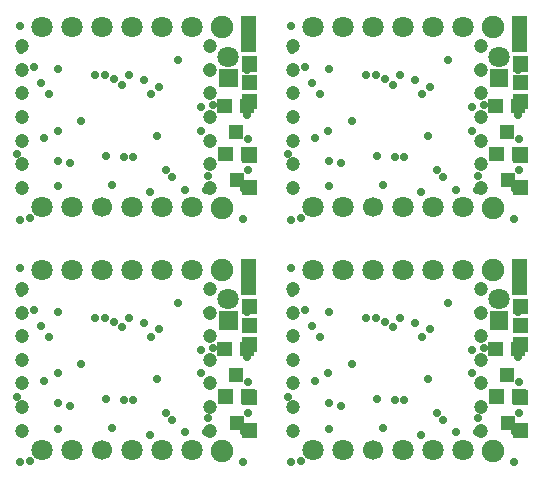
<source format=gbr>
%FSLAX32Y32*%
%MOMM*%
%LNLOETSTOP2*%
G71*
G01*
%ADD10C, 1.20*%
%ADD11C, 0.70*%
%ADD12C, 1.80*%
%ADD13C, 1.70*%
%ADD14C, 1.90*%
%LPD*%
X9977Y6324D02*
G54D10*
D03*
X8387Y6324D02*
G54D10*
D03*
X9977Y6524D02*
G54D10*
D03*
X8387Y6524D02*
G54D10*
D03*
X9977Y6724D02*
G54D10*
D03*
X8387Y6724D02*
G54D10*
D03*
X9977Y6924D02*
G54D10*
D03*
X8387Y6924D02*
G54D10*
D03*
X9977Y7124D02*
G54D10*
D03*
X8387Y7124D02*
G54D10*
D03*
X9977Y7324D02*
G54D10*
D03*
X8387Y7324D02*
G54D10*
D03*
X9977Y7524D02*
G54D10*
D03*
X8387Y7524D02*
G54D10*
D03*
X9160Y7246D02*
G54D11*
D03*
X9819Y6158D02*
G54D12*
D03*
X9565Y6158D02*
G54D12*
D03*
X9311Y6158D02*
G54D12*
D03*
X9057Y6158D02*
G54D13*
D03*
X8803Y6158D02*
G54D12*
D03*
X8549Y6158D02*
G54D12*
D03*
X9604Y6476D02*
G54D11*
D03*
X9247Y6587D02*
G54D11*
D03*
X9327Y6587D02*
G54D11*
D03*
X9001Y7277D02*
G54D11*
D03*
X9088Y7277D02*
G54D11*
D03*
X8684Y6809D02*
G54D11*
D03*
X9819Y7682D02*
G54D12*
D03*
X9565Y7682D02*
G54D12*
D03*
X9311Y7682D02*
G54D12*
D03*
X9057Y7682D02*
G54D12*
D03*
X8803Y7682D02*
G54D12*
D03*
X8549Y7682D02*
G54D12*
D03*
X8787Y6531D02*
G54D11*
D03*
X8882Y6888D02*
G54D11*
D03*
X10073Y6150D02*
G54D14*
D03*
X8612Y7119D02*
G54D11*
D03*
X8692Y7333D02*
G54D11*
D03*
X8541Y7214D02*
G54D11*
D03*
X9477Y7119D02*
G54D11*
D03*
X10073Y7682D02*
G54D14*
D03*
X10128Y7436D02*
G54D12*
D03*
X8692Y6341D02*
G54D11*
D03*
X8485Y7349D02*
G54D11*
D03*
X9652Y6412D02*
G54D11*
D03*
X9096Y6595D02*
G54D11*
D03*
X9898Y7008D02*
G54D11*
D03*
X9144Y6349D02*
G54D11*
D03*
X9469Y6285D02*
G54D11*
D03*
X9763Y6309D02*
G54D11*
D03*
X9700Y7404D02*
G54D11*
D03*
X9541Y7182D02*
G54D11*
D03*
G36*
X10048Y7334D02*
X10208Y7334D01*
X10208Y7174D01*
X10048Y7174D01*
X10048Y7334D01*
G37*
X8390Y7341D02*
G54D11*
D03*
X8398Y7119D02*
G54D11*
D03*
X8342Y6611D02*
G54D11*
D03*
X8366Y6055D02*
G54D11*
D03*
X9946Y7325D02*
G54D11*
D03*
X9970Y7119D02*
G54D11*
D03*
X9954Y6428D02*
G54D11*
D03*
X9938Y6309D02*
G54D11*
D03*
X8572Y6746D02*
G54D11*
D03*
X8692Y6555D02*
G54D11*
D03*
X8366Y7698D02*
G54D11*
D03*
X8374Y7492D02*
G54D11*
D03*
G36*
X10348Y6958D02*
X10228Y6958D01*
X10228Y7078D01*
X10348Y7078D01*
X10348Y6958D01*
G37*
G36*
X10158Y6958D02*
X10038Y6958D01*
X10038Y7078D01*
X10158Y7078D01*
X10158Y6958D01*
G37*
G36*
X10253Y6736D02*
X10133Y6736D01*
X10133Y6856D01*
X10253Y6856D01*
X10253Y6736D01*
G37*
X8453Y6071D02*
G54D11*
D03*
G36*
X10356Y6553D02*
X10236Y6553D01*
X10236Y6673D01*
X10356Y6673D01*
X10356Y6553D01*
G37*
G36*
X10166Y6553D02*
X10046Y6553D01*
X10046Y6673D01*
X10166Y6673D01*
X10166Y6553D01*
G37*
G36*
X10261Y6331D02*
X10141Y6331D01*
X10141Y6451D01*
X10261Y6451D01*
X10261Y6331D01*
G37*
X10295Y6476D02*
G54D11*
D03*
X10287Y6944D02*
G54D11*
D03*
X10295Y6738D02*
G54D11*
D03*
X10287Y7214D02*
G54D11*
D03*
X10263Y6317D02*
G54D11*
D03*
X10255Y6063D02*
G54D11*
D03*
G36*
X10246Y7279D02*
X10376Y7279D01*
X10376Y7149D01*
X10246Y7149D01*
X10246Y7279D01*
G37*
G36*
X10246Y6390D02*
X10376Y6390D01*
X10376Y6260D01*
X10246Y6260D01*
X10246Y6390D01*
G37*
G36*
X10246Y6668D02*
X10376Y6668D01*
X10376Y6538D01*
X10246Y6538D01*
X10246Y6668D01*
G37*
G36*
X10246Y7120D02*
X10376Y7120D01*
X10376Y6990D01*
X10246Y6990D01*
X10246Y7120D01*
G37*
X10001Y7023D02*
G54D11*
D03*
X9898Y6809D02*
G54D11*
D03*
X9525Y6762D02*
G54D11*
D03*
G36*
X10246Y7438D02*
X10376Y7438D01*
X10376Y7308D01*
X10246Y7308D01*
X10246Y7438D01*
G37*
X10287Y7325D02*
G54D11*
D03*
G36*
X10238Y7782D02*
X10368Y7782D01*
X10368Y7472D01*
X10238Y7472D01*
X10238Y7782D01*
G37*
X10279Y7690D02*
G54D11*
D03*
X9231Y7198D02*
G54D11*
D03*
X9287Y7277D02*
G54D11*
D03*
X9414Y7238D02*
G54D11*
D03*
X12271Y6324D02*
G54D10*
D03*
X10681Y6324D02*
G54D10*
D03*
X12271Y6524D02*
G54D10*
D03*
X10681Y6524D02*
G54D10*
D03*
X12271Y6724D02*
G54D10*
D03*
X10681Y6724D02*
G54D10*
D03*
X12271Y6924D02*
G54D10*
D03*
X10681Y6924D02*
G54D10*
D03*
X12271Y7124D02*
G54D10*
D03*
X10681Y7124D02*
G54D10*
D03*
X12271Y7324D02*
G54D10*
D03*
X10681Y7324D02*
G54D10*
D03*
X12271Y7524D02*
G54D10*
D03*
X10681Y7524D02*
G54D10*
D03*
X11454Y7246D02*
G54D11*
D03*
X12113Y6158D02*
G54D12*
D03*
X11859Y6158D02*
G54D12*
D03*
X11605Y6158D02*
G54D12*
D03*
X11351Y6158D02*
G54D13*
D03*
X11097Y6158D02*
G54D12*
D03*
X10843Y6158D02*
G54D12*
D03*
X11898Y6476D02*
G54D11*
D03*
X11541Y6587D02*
G54D11*
D03*
X11620Y6587D02*
G54D11*
D03*
X11295Y7277D02*
G54D11*
D03*
X11382Y7277D02*
G54D11*
D03*
X10978Y6809D02*
G54D11*
D03*
X12113Y7682D02*
G54D12*
D03*
X11859Y7682D02*
G54D12*
D03*
X11605Y7682D02*
G54D12*
D03*
X11351Y7682D02*
G54D12*
D03*
X11097Y7682D02*
G54D12*
D03*
X10843Y7682D02*
G54D12*
D03*
X11081Y6531D02*
G54D11*
D03*
X11176Y6888D02*
G54D11*
D03*
X12367Y6150D02*
G54D14*
D03*
X10906Y7119D02*
G54D11*
D03*
X10986Y7333D02*
G54D11*
D03*
X10835Y7214D02*
G54D11*
D03*
X11771Y7119D02*
G54D11*
D03*
X12367Y7682D02*
G54D14*
D03*
X12422Y7436D02*
G54D12*
D03*
X10986Y6341D02*
G54D11*
D03*
X10779Y7349D02*
G54D11*
D03*
X11946Y6412D02*
G54D11*
D03*
X11390Y6595D02*
G54D11*
D03*
X12192Y7008D02*
G54D11*
D03*
X11438Y6349D02*
G54D11*
D03*
X11763Y6285D02*
G54D11*
D03*
X12057Y6309D02*
G54D11*
D03*
X11994Y7404D02*
G54D11*
D03*
X11835Y7182D02*
G54D11*
D03*
G36*
X12342Y7334D02*
X12502Y7334D01*
X12502Y7174D01*
X12342Y7174D01*
X12342Y7334D01*
G37*
X10684Y7341D02*
G54D11*
D03*
X10692Y7119D02*
G54D11*
D03*
X10636Y6611D02*
G54D11*
D03*
X10660Y6055D02*
G54D11*
D03*
X12240Y7325D02*
G54D11*
D03*
X12263Y7119D02*
G54D11*
D03*
X12248Y6428D02*
G54D11*
D03*
X12232Y6309D02*
G54D11*
D03*
X10866Y6746D02*
G54D11*
D03*
X10986Y6555D02*
G54D11*
D03*
X10660Y7698D02*
G54D11*
D03*
X10668Y7492D02*
G54D11*
D03*
G36*
X12642Y6958D02*
X12522Y6958D01*
X12522Y7078D01*
X12642Y7078D01*
X12642Y6958D01*
G37*
G36*
X12452Y6958D02*
X12332Y6958D01*
X12332Y7078D01*
X12452Y7078D01*
X12452Y6958D01*
G37*
G36*
X12547Y6736D02*
X12427Y6736D01*
X12427Y6856D01*
X12547Y6856D01*
X12547Y6736D01*
G37*
X10747Y6071D02*
G54D11*
D03*
G36*
X12650Y6553D02*
X12530Y6553D01*
X12530Y6673D01*
X12650Y6673D01*
X12650Y6553D01*
G37*
G36*
X12460Y6553D02*
X12340Y6553D01*
X12340Y6673D01*
X12460Y6673D01*
X12460Y6553D01*
G37*
G36*
X12555Y6331D02*
X12435Y6331D01*
X12435Y6451D01*
X12555Y6451D01*
X12555Y6331D01*
G37*
X12589Y6476D02*
G54D11*
D03*
X12581Y6944D02*
G54D11*
D03*
X12589Y6738D02*
G54D11*
D03*
X12581Y7214D02*
G54D11*
D03*
X12557Y6317D02*
G54D11*
D03*
X12549Y6063D02*
G54D11*
D03*
G36*
X12540Y7279D02*
X12670Y7279D01*
X12670Y7149D01*
X12540Y7149D01*
X12540Y7279D01*
G37*
G36*
X12540Y6390D02*
X12670Y6390D01*
X12670Y6260D01*
X12540Y6260D01*
X12540Y6390D01*
G37*
G36*
X12540Y6668D02*
X12670Y6668D01*
X12670Y6538D01*
X12540Y6538D01*
X12540Y6668D01*
G37*
G36*
X12540Y7120D02*
X12670Y7120D01*
X12670Y6990D01*
X12540Y6990D01*
X12540Y7120D01*
G37*
X12295Y7023D02*
G54D11*
D03*
X12192Y6809D02*
G54D11*
D03*
X11819Y6762D02*
G54D11*
D03*
G36*
X12540Y7438D02*
X12670Y7438D01*
X12670Y7308D01*
X12540Y7308D01*
X12540Y7438D01*
G37*
X12581Y7325D02*
G54D11*
D03*
G36*
X12532Y7782D02*
X12662Y7782D01*
X12662Y7472D01*
X12532Y7472D01*
X12532Y7782D01*
G37*
X12573Y7690D02*
G54D11*
D03*
X11525Y7198D02*
G54D11*
D03*
X11581Y7277D02*
G54D11*
D03*
X11708Y7238D02*
G54D11*
D03*
X9977Y4268D02*
G54D10*
D03*
X8387Y4268D02*
G54D10*
D03*
X9977Y4468D02*
G54D10*
D03*
X8387Y4468D02*
G54D10*
D03*
X9977Y4668D02*
G54D10*
D03*
X8387Y4668D02*
G54D10*
D03*
X9977Y4868D02*
G54D10*
D03*
X8387Y4868D02*
G54D10*
D03*
X9977Y5068D02*
G54D10*
D03*
X8387Y5068D02*
G54D10*
D03*
X9977Y5268D02*
G54D10*
D03*
X8387Y5268D02*
G54D10*
D03*
X9977Y5468D02*
G54D10*
D03*
X8387Y5468D02*
G54D10*
D03*
X9160Y5190D02*
G54D11*
D03*
X9819Y4102D02*
G54D12*
D03*
X9565Y4102D02*
G54D12*
D03*
X9311Y4102D02*
G54D12*
D03*
X9057Y4102D02*
G54D13*
D03*
X8803Y4102D02*
G54D12*
D03*
X8549Y4102D02*
G54D12*
D03*
X9604Y4420D02*
G54D11*
D03*
X9247Y4531D02*
G54D11*
D03*
X9327Y4531D02*
G54D11*
D03*
X9001Y5222D02*
G54D11*
D03*
X9088Y5222D02*
G54D11*
D03*
X8684Y4753D02*
G54D11*
D03*
X9819Y5626D02*
G54D12*
D03*
X9565Y5626D02*
G54D12*
D03*
X9311Y5626D02*
G54D12*
D03*
X9057Y5626D02*
G54D12*
D03*
X8803Y5626D02*
G54D12*
D03*
X8549Y5626D02*
G54D12*
D03*
X8787Y4476D02*
G54D11*
D03*
X8882Y4833D02*
G54D11*
D03*
X10073Y4094D02*
G54D14*
D03*
X8612Y5063D02*
G54D11*
D03*
X8692Y5277D02*
G54D11*
D03*
X8541Y5158D02*
G54D11*
D03*
X9477Y5063D02*
G54D11*
D03*
X10073Y5626D02*
G54D14*
D03*
X10128Y5380D02*
G54D12*
D03*
X8692Y4285D02*
G54D11*
D03*
X8485Y5293D02*
G54D11*
D03*
X9652Y4356D02*
G54D11*
D03*
X9096Y4539D02*
G54D11*
D03*
X9898Y4952D02*
G54D11*
D03*
X9144Y4293D02*
G54D11*
D03*
X9469Y4229D02*
G54D11*
D03*
X9763Y4253D02*
G54D11*
D03*
X9700Y5349D02*
G54D11*
D03*
X9541Y5126D02*
G54D11*
D03*
G36*
X10048Y5278D02*
X10208Y5278D01*
X10208Y5118D01*
X10048Y5118D01*
X10048Y5278D01*
G37*
X8390Y5285D02*
G54D11*
D03*
X8398Y5063D02*
G54D11*
D03*
X8342Y4555D02*
G54D11*
D03*
X8366Y3999D02*
G54D11*
D03*
X9946Y5269D02*
G54D11*
D03*
X9970Y5063D02*
G54D11*
D03*
X9954Y4372D02*
G54D11*
D03*
X9938Y4253D02*
G54D11*
D03*
X8572Y4690D02*
G54D11*
D03*
X8692Y4499D02*
G54D11*
D03*
X8366Y5642D02*
G54D11*
D03*
X8374Y5436D02*
G54D11*
D03*
G36*
X10348Y4902D02*
X10228Y4902D01*
X10228Y5022D01*
X10348Y5022D01*
X10348Y4902D01*
G37*
G36*
X10158Y4902D02*
X10038Y4902D01*
X10038Y5022D01*
X10158Y5022D01*
X10158Y4902D01*
G37*
G36*
X10253Y4680D02*
X10133Y4680D01*
X10133Y4800D01*
X10253Y4800D01*
X10253Y4680D01*
G37*
X8453Y4015D02*
G54D11*
D03*
G36*
X10356Y4497D02*
X10236Y4497D01*
X10236Y4617D01*
X10356Y4617D01*
X10356Y4497D01*
G37*
G36*
X10166Y4497D02*
X10046Y4497D01*
X10046Y4617D01*
X10166Y4617D01*
X10166Y4497D01*
G37*
G36*
X10261Y4275D02*
X10141Y4275D01*
X10141Y4395D01*
X10261Y4395D01*
X10261Y4275D01*
G37*
X10295Y4420D02*
G54D11*
D03*
X10287Y4888D02*
G54D11*
D03*
X10295Y4682D02*
G54D11*
D03*
X10287Y5158D02*
G54D11*
D03*
X10263Y4261D02*
G54D11*
D03*
X10255Y4007D02*
G54D11*
D03*
G36*
X10246Y5223D02*
X10376Y5223D01*
X10376Y5093D01*
X10246Y5093D01*
X10246Y5223D01*
G37*
G36*
X10246Y4334D02*
X10376Y4334D01*
X10376Y4204D01*
X10246Y4204D01*
X10246Y4334D01*
G37*
G36*
X10246Y4612D02*
X10376Y4612D01*
X10376Y4482D01*
X10246Y4482D01*
X10246Y4612D01*
G37*
G36*
X10246Y5064D02*
X10376Y5064D01*
X10376Y4934D01*
X10246Y4934D01*
X10246Y5064D01*
G37*
X10001Y4968D02*
G54D11*
D03*
X9898Y4753D02*
G54D11*
D03*
X9525Y4706D02*
G54D11*
D03*
G36*
X10246Y5382D02*
X10376Y5382D01*
X10376Y5252D01*
X10246Y5252D01*
X10246Y5382D01*
G37*
X10287Y5269D02*
G54D11*
D03*
G36*
X10238Y5726D02*
X10368Y5726D01*
X10368Y5416D01*
X10238Y5416D01*
X10238Y5726D01*
G37*
X10279Y5634D02*
G54D11*
D03*
X9231Y5142D02*
G54D11*
D03*
X9287Y5222D02*
G54D11*
D03*
X9414Y5182D02*
G54D11*
D03*
X12271Y4268D02*
G54D10*
D03*
X10681Y4268D02*
G54D10*
D03*
X12271Y4468D02*
G54D10*
D03*
X10681Y4468D02*
G54D10*
D03*
X12271Y4668D02*
G54D10*
D03*
X10681Y4668D02*
G54D10*
D03*
X12271Y4868D02*
G54D10*
D03*
X10681Y4868D02*
G54D10*
D03*
X12271Y5068D02*
G54D10*
D03*
X10681Y5068D02*
G54D10*
D03*
X12271Y5268D02*
G54D10*
D03*
X10681Y5268D02*
G54D10*
D03*
X12271Y5468D02*
G54D10*
D03*
X10681Y5468D02*
G54D10*
D03*
X11454Y5190D02*
G54D11*
D03*
X12113Y4102D02*
G54D12*
D03*
X11859Y4102D02*
G54D12*
D03*
X11605Y4102D02*
G54D12*
D03*
X11351Y4102D02*
G54D13*
D03*
X11097Y4102D02*
G54D12*
D03*
X10843Y4102D02*
G54D12*
D03*
X11898Y4420D02*
G54D11*
D03*
X11541Y4531D02*
G54D11*
D03*
X11620Y4531D02*
G54D11*
D03*
X11295Y5222D02*
G54D11*
D03*
X11382Y5222D02*
G54D11*
D03*
X10978Y4753D02*
G54D11*
D03*
X12113Y5626D02*
G54D12*
D03*
X11859Y5626D02*
G54D12*
D03*
X11605Y5626D02*
G54D12*
D03*
X11351Y5626D02*
G54D12*
D03*
X11097Y5626D02*
G54D12*
D03*
X10843Y5626D02*
G54D12*
D03*
X11081Y4476D02*
G54D11*
D03*
X11176Y4833D02*
G54D11*
D03*
X12367Y4094D02*
G54D14*
D03*
X10906Y5063D02*
G54D11*
D03*
X10986Y5277D02*
G54D11*
D03*
X10835Y5158D02*
G54D11*
D03*
X11771Y5063D02*
G54D11*
D03*
X12367Y5626D02*
G54D14*
D03*
X12422Y5380D02*
G54D12*
D03*
X10986Y4285D02*
G54D11*
D03*
X10779Y5293D02*
G54D11*
D03*
X11946Y4356D02*
G54D11*
D03*
X11390Y4539D02*
G54D11*
D03*
X12192Y4952D02*
G54D11*
D03*
X11438Y4293D02*
G54D11*
D03*
X11763Y4229D02*
G54D11*
D03*
X12057Y4253D02*
G54D11*
D03*
X11994Y5349D02*
G54D11*
D03*
X11835Y5126D02*
G54D11*
D03*
G36*
X12342Y5278D02*
X12502Y5278D01*
X12502Y5118D01*
X12342Y5118D01*
X12342Y5278D01*
G37*
X10684Y5285D02*
G54D11*
D03*
X10692Y5063D02*
G54D11*
D03*
X10636Y4555D02*
G54D11*
D03*
X10660Y3999D02*
G54D11*
D03*
X12240Y5269D02*
G54D11*
D03*
X12263Y5063D02*
G54D11*
D03*
X12248Y4372D02*
G54D11*
D03*
X12232Y4253D02*
G54D11*
D03*
X10866Y4690D02*
G54D11*
D03*
X10986Y4499D02*
G54D11*
D03*
X10660Y5642D02*
G54D11*
D03*
X10668Y5436D02*
G54D11*
D03*
G36*
X12642Y4902D02*
X12522Y4902D01*
X12522Y5022D01*
X12642Y5022D01*
X12642Y4902D01*
G37*
G36*
X12452Y4902D02*
X12332Y4902D01*
X12332Y5022D01*
X12452Y5022D01*
X12452Y4902D01*
G37*
G36*
X12547Y4680D02*
X12427Y4680D01*
X12427Y4800D01*
X12547Y4800D01*
X12547Y4680D01*
G37*
X10747Y4015D02*
G54D11*
D03*
G36*
X12650Y4497D02*
X12530Y4497D01*
X12530Y4617D01*
X12650Y4617D01*
X12650Y4497D01*
G37*
G36*
X12460Y4497D02*
X12340Y4497D01*
X12340Y4617D01*
X12460Y4617D01*
X12460Y4497D01*
G37*
G36*
X12555Y4275D02*
X12435Y4275D01*
X12435Y4395D01*
X12555Y4395D01*
X12555Y4275D01*
G37*
X12589Y4420D02*
G54D11*
D03*
X12581Y4888D02*
G54D11*
D03*
X12589Y4682D02*
G54D11*
D03*
X12581Y5158D02*
G54D11*
D03*
X12557Y4261D02*
G54D11*
D03*
X12549Y4007D02*
G54D11*
D03*
G36*
X12540Y5223D02*
X12670Y5223D01*
X12670Y5093D01*
X12540Y5093D01*
X12540Y5223D01*
G37*
G36*
X12540Y4334D02*
X12670Y4334D01*
X12670Y4204D01*
X12540Y4204D01*
X12540Y4334D01*
G37*
G36*
X12540Y4612D02*
X12670Y4612D01*
X12670Y4482D01*
X12540Y4482D01*
X12540Y4612D01*
G37*
G36*
X12540Y5064D02*
X12670Y5064D01*
X12670Y4934D01*
X12540Y4934D01*
X12540Y5064D01*
G37*
X12295Y4968D02*
G54D11*
D03*
X12192Y4753D02*
G54D11*
D03*
X11819Y4706D02*
G54D11*
D03*
G36*
X12540Y5382D02*
X12670Y5382D01*
X12670Y5252D01*
X12540Y5252D01*
X12540Y5382D01*
G37*
X12581Y5269D02*
G54D11*
D03*
G36*
X12532Y5726D02*
X12662Y5726D01*
X12662Y5416D01*
X12532Y5416D01*
X12532Y5726D01*
G37*
X12573Y5634D02*
G54D11*
D03*
X11525Y5142D02*
G54D11*
D03*
X11581Y5222D02*
G54D11*
D03*
X11708Y5182D02*
G54D11*
D03*
M02*

</source>
